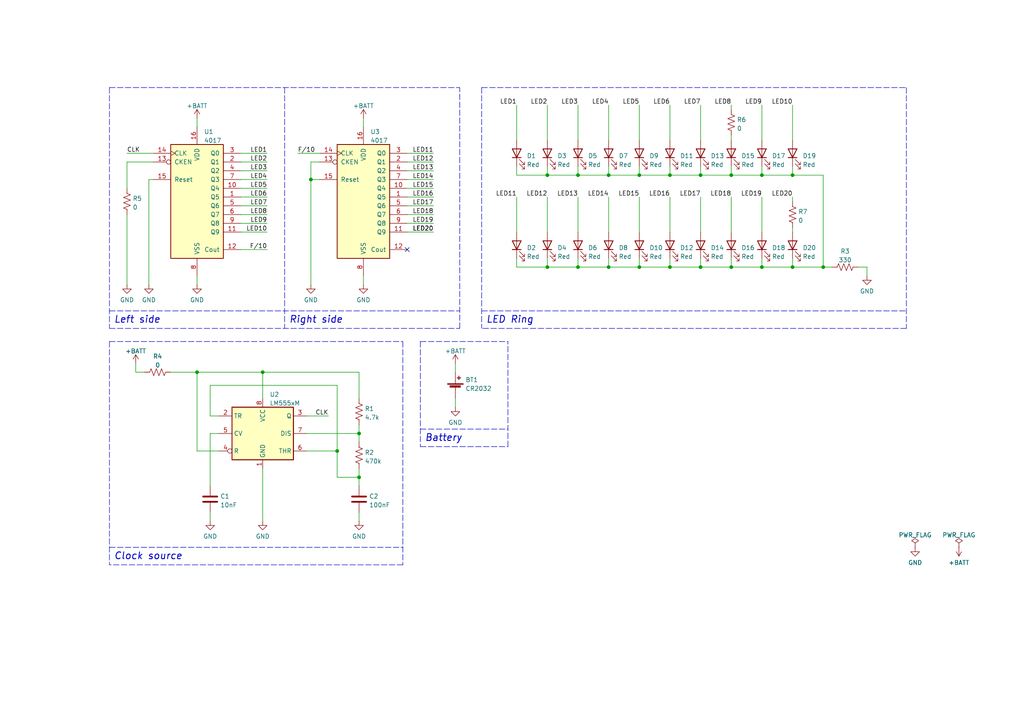
<source format=kicad_sch>
(kicad_sch (version 20211123) (generator eeschema)
  (paper "A4")
  (title_block (title "Heart Gift - 4071") (date "2022-09-24") (rev "1.0") (comment 1 "Designer: Guido Rodriguez"))
  (lib_symbols
    (symbol "4xxx:4017" (pin_names (offset 1.016))
      (property "Reference" "U" (at -7.62 16.51 0))
      (property "Value" "4017" (at -7.62 -19.05 0))
      (symbol "4017_1_0"
        (pin output line (at 12.7 0 180) (length 5.08) (name "Q5") (number "1"))
        (pin output line (at 12.7 2.54 180) (length 5.08) (name "Q4") (number "10"))
        (pin output line (at 12.7 -10.16 180) (length 5.08) (name "Q9") (number "11"))
        (pin output line (at 12.7 -15.24 180) (length 5.08) (name "Cout") (number "12"))
        (pin input inverted (at -12.7 10.16 0) (length 5.08) (name "CKEN") (number "13"))
        (pin input clock (at -12.7 12.7 0) (length 5.08) (name "CLK") (number "14"))
        (pin input line (at -12.7 5.08 0) (length 5.08) (name "Reset") (number "15"))
        (pin power_in line (at 0 20.32 270) (length 5.08) (name "VDD") (number "16"))
        (pin output line (at 12.7 10.16 180) (length 5.08) (name "Q1") (number "2"))
        (pin output line (at 12.7 12.7 180) (length 5.08) (name "Q0") (number "3"))
        (pin output line (at 12.7 7.62 180) (length 5.08) (name "Q2") (number "4"))
        (pin output line (at 12.7 -2.54 180) (length 5.08) (name "Q6") (number "5"))
        (pin output line (at 12.7 -5.08 180) (length 5.08) (name "Q7") (number "6"))
        (pin output line (at 12.7 5.08 180) (length 5.08) (name "Q3") (number "7"))
        (pin power_in line (at 0 -22.86 90) (length 5.08) (name "VSS") (number "8"))
        (pin output line (at 12.7 -7.62 180) (length 5.08) (name "Q8") (number "9"))
      )
      (symbol "4017_1_1"
        (rectangle (start -7.62 15.24) (end 7.62 -17.78) (stroke (width 0.254)) (fill (type background)))
      )
    )
    (symbol "Device:Battery_Cell" (pin_numbers hide) (pin_names (offset 0) hide)
      (property "Reference" "BT" (at 2.54 2.54 0))
      (property "Value" "Battery_Cell" (at 2.54 0 0))
      (symbol "Battery_Cell_0_1"
        (rectangle (start -2.286 1.778) (end 2.286 1.524) (fill (type outline)))
        (rectangle (start -1.5748 1.1938) (end 1.4732 0.6858) (fill (type outline)))
        (polyline (pts (xy 0 0.762) (xy 0 0)))
        (polyline (pts (xy 0 1.778) (xy 0 2.54)))
        (polyline (pts (xy 0.508 3.429) (xy 1.524 3.429)) (stroke (width 0.254)))
        (polyline (pts (xy 1.016 3.937) (xy 1.016 2.921)) (stroke (width 0.254)))
      )
      (symbol "Battery_Cell_1_1"
        (pin passive line (at 0 5.08 270) (length 2.54) (name "+") (number "1"))
        (pin passive line (at 0 -2.54 90) (length 2.54) (name "-") (number "2"))
      )
    )
    (symbol "Device:C" (pin_numbers hide) (pin_names (offset 0.254))
      (property "Reference" "C" (at 0.635 2.54 0))
      (property "Value" "C" (at 0.635 -2.54 0))
      (symbol "C_0_1"
        (polyline (pts (xy -2.032 -0.762) (xy 2.032 -0.762)) (stroke (width 0.508)))
        (polyline (pts (xy -2.032 0.762) (xy 2.032 0.762)) (stroke (width 0.508)))
      )
      (symbol "C_1_1"
        (pin passive line (at 0 3.81 270) (length 2.794) (name "~") (number "1"))
        (pin passive line (at 0 -3.81 90) (length 2.794) (name "~") (number "2"))
      )
    )
    (symbol "Device:LED" (pin_numbers hide) (pin_names (offset 1.016) hide)
      (property "Reference" "D" (at 0 2.54 0))
      (property "Value" "LED" (at 0 -2.54 0))
      (symbol "LED_0_1"
        (polyline (pts (xy -1.27 -1.27) (xy -1.27 1.27)) (stroke (width 0.254)))
        (polyline (pts (xy -1.27 0) (xy 1.27 0)))
        (polyline (pts (xy 1.27 -1.27) (xy 1.27 1.27) (xy -1.27 0) (xy 1.27 -1.27)) (stroke (width 0.254)))
        (polyline (pts (xy -3.048 -0.762) (xy -4.572 -2.286) (xy -3.81 -2.286) (xy -4.572 -2.286) (xy -4.572 -1.524)))
        (polyline (pts (xy -1.778 -0.762) (xy -3.302 -2.286) (xy -2.54 -2.286) (xy -3.302 -2.286) (xy -3.302 -1.524)))
      )
      (symbol "LED_1_1"
        (pin passive line (at -3.81 0 0) (length 2.54) (name "K") (number "1"))
        (pin passive line (at 3.81 0 180) (length 2.54) (name "A") (number "2"))
      )
    )
    (symbol "Device:R_US" (pin_numbers hide) (pin_names (offset 0))
      (property "Reference" "R" (at 2.54 0 90))
      (property "Value" "R_US" (at -2.54 0 90))
      (symbol "R_US_0_1"
        (polyline (pts (xy 0 -2.286) (xy 0 -2.54)))
        (polyline (pts (xy 0 2.286) (xy 0 2.54)))
        (polyline (pts (xy 0 -0.762) (xy 1.016 -1.143) (xy 0 -1.524) (xy -1.016 -1.905) (xy 0 -2.286)))
        (polyline (pts (xy 0 0.762) (xy 1.016 0.381) (xy 0 0) (xy -1.016 -0.381) (xy 0 -0.762)))
        (polyline (pts (xy 0 2.286) (xy 1.016 1.905) (xy 0 1.524) (xy -1.016 1.143) (xy 0 0.762)))
      )
      (symbol "R_US_1_1"
        (pin passive line (at 0 3.81 270) (length 1.27) (name "~") (number "1"))
        (pin passive line (at 0 -3.81 90) (length 1.27) (name "~") (number "2"))
      )
    )
    (symbol "Timer:LM555xM"
      (property "Reference" "U" (at -10.16 8.89 0))
      (property "Value" "LM555xM" (at 2.54 8.89 0))
      (symbol "LM555xM_0_0"
        (pin power_in line (at 0 -10.16 90) (length 2.54) (name "GND") (number "1"))
        (pin power_in line (at 0 10.16 270) (length 2.54) (name "VCC") (number "8"))
      )
      (symbol "LM555xM_0_1"
        (rectangle (start -8.89 -7.62) (end 8.89 7.62) (stroke (width 0.254)) (fill (type background)))
        (rectangle (start -8.89 -7.62) (end 8.89 7.62) (stroke (width 0.254)) (fill (type background)))
      )
      (symbol "LM555xM_1_1"
        (pin input line (at -12.7 5.08 0) (length 3.81) (name "TR") (number "2"))
        (pin output line (at 12.7 5.08 180) (length 3.81) (name "Q") (number "3"))
        (pin input inverted (at -12.7 -5.08 0) (length 3.81) (name "R") (number "4"))
        (pin input line (at -12.7 0 0) (length 3.81) (name "CV") (number "5"))
        (pin input line (at 12.7 -5.08 180) (length 3.81) (name "THR") (number "6"))
        (pin input line (at 12.7 0 180) (length 3.81) (name "DIS") (number "7"))
      )
    )
    (symbol "power:+BATT" (power) (pin_names (offset 0))
      (property "Value" "+BATT" (at 0 3.556 0))
      (symbol "+BATT_0_1"
        (polyline (pts (xy -0.762 1.27) (xy 0 2.54)))
        (polyline (pts (xy 0 0) (xy 0 2.54)))
        (polyline (pts (xy 0 2.54) (xy 0.762 1.27)))
      )
      (symbol "+BATT_1_1"
        (pin power_in line (at 0 0 90) (length 0) hide (name "+BATT") (number "1"))
      )
    )
    (symbol "power:GND" (power) (pin_names (offset 0))
      (property "Value" "GND" (at 0 -3.81 0))
      (symbol "GND_0_1"
        (polyline (pts (xy 0 0) (xy 0 -1.27) (xy 1.27 -1.27) (xy 0 -2.54) (xy -1.27 -1.27) (xy 0 -1.27)))
      )
      (symbol "GND_1_1"
        (pin power_in line (at 0 0 270) (length 0) hide (name "GND") (number "1"))
      )
    )
    (symbol "power:PWR_FLAG" (power) (pin_numbers hide) (pin_names (offset 0) hide)
      (property "Value" "PWR_FLAG" (at 0 3.81 0))
      (symbol "PWR_FLAG_0_0"
        (pin power_out line (at 0 0 90) (length 0) (name "pwr") (number "1"))
      )
      (symbol "PWR_FLAG_0_1"
        (polyline (pts (xy 0 0) (xy 0 1.27) (xy -1.016 1.905) (xy 0 2.54) (xy 1.016 1.905) (xy 0 1.27)))
      )
    )
  )
  (junction (at 57.15 107.95))
  (junction (at 212.09 77.47))
  (junction (at 158.75 77.47))
  (junction (at 220.98 77.47))
  (junction (at 185.42 50.8))
  (junction (at 203.2 77.47))
  (junction (at 104.14 125.73))
  (junction (at 238.76 77.47))
  (junction (at 185.42 77.47))
  (junction (at 194.31 77.47))
  (junction (at 176.53 50.8))
  (junction (at 104.14 138.43))
  (junction (at 194.31 50.8))
  (junction (at 229.87 77.47))
  (junction (at 229.87 50.8))
  (junction (at 158.75 50.8))
  (junction (at 97.79 130.81))
  (junction (at 167.64 77.47))
  (junction (at 76.2 107.95))
  (junction (at 90.17 52.07))
  (junction (at 220.98 50.8))
  (junction (at 203.2 50.8))
  (junction (at 212.09 50.8))
  (junction (at 176.53 77.47))
  (junction (at 167.64 50.8))
  (no_connect (at 118.11 72.39))
  (wire (pts (xy 212.09 74.93) (xy 212.09 77.47)))
  (wire (pts (xy 212.09 77.47) (xy 220.98 77.47)))
  (wire (pts (xy 118.11 44.45) (xy 125.73 44.45)))
  (wire (pts (xy 57.15 130.81) (xy 57.15 107.95)))
  (wire (pts (xy 149.86 74.93) (xy 149.86 77.47)))
  (wire (pts (xy 158.75 48.26) (xy 158.75 50.8)))
  (wire (pts (xy 167.64 74.93) (xy 167.64 77.47)))
  (wire (pts (xy 36.83 62.23) (xy 36.83 82.55)))
  (wire (pts (xy 36.83 46.99) (xy 36.83 54.61)))
  (wire (pts (xy 194.31 30.48) (xy 194.31 40.64)))
  (wire (pts (xy 158.75 50.8) (xy 167.64 50.8)))
  (wire (pts (xy 149.86 48.26) (xy 149.86 50.8)))
  (wire (pts (xy 90.17 46.99) (xy 90.17 52.07)))
  (wire (pts (xy 43.18 52.07) (xy 44.45 52.07)))
  (wire (pts (xy 203.2 77.47) (xy 212.09 77.47)))
  (wire (pts (xy 63.5 120.65) (xy 60.96 120.65)))
  (wire (pts (xy 220.98 50.8) (xy 229.87 50.8)))
  (wire (pts (xy 118.11 46.99) (xy 125.73 46.99)))
  (polyline (pts (xy 31.75 99.06) (xy 31.75 163.83)))
  (wire (pts (xy 36.83 46.99) (xy 44.45 46.99)))
  (wire (pts (xy 238.76 50.8) (xy 238.76 77.47)))
  (polyline (pts (xy 262.89 95.25) (xy 139.7 95.25)))
  (wire (pts (xy 251.46 77.47) (xy 251.46 80.01)))
  (wire (pts (xy 97.79 130.81) (xy 97.79 138.43)))
  (wire (pts (xy 238.76 77.47) (xy 241.3 77.47)))
  (wire (pts (xy 149.86 50.8) (xy 158.75 50.8)))
  (wire (pts (xy 104.14 115.57) (xy 104.14 107.95)))
  (wire (pts (xy 132.08 115.57) (xy 132.08 118.11)))
  (wire (pts (xy 167.64 77.47) (xy 176.53 77.47)))
  (wire (pts (xy 69.85 59.69) (xy 77.47 59.69)))
  (polyline (pts (xy 133.35 95.25) (xy 133.35 25.4)))
  (wire (pts (xy 212.09 30.48) (xy 212.09 31.75)))
  (wire (pts (xy 69.85 67.31) (xy 77.47 67.31)))
  (polyline (pts (xy 262.89 25.4) (xy 262.89 95.25)))
  (wire (pts (xy 104.14 148.59) (xy 104.14 151.13)))
  (wire (pts (xy 76.2 107.95) (xy 76.2 115.57)))
  (wire (pts (xy 69.85 52.07) (xy 77.47 52.07)))
  (wire (pts (xy 158.75 74.93) (xy 158.75 77.47)))
  (wire (pts (xy 229.87 57.15) (xy 229.87 58.42)))
  (wire (pts (xy 118.11 67.31) (xy 125.73 67.31)))
  (wire (pts (xy 185.42 50.8) (xy 194.31 50.8)))
  (polyline (pts (xy 82.55 25.4) (xy 82.55 95.25)))
  (wire (pts (xy 203.2 48.26) (xy 203.2 50.8)))
  (wire (pts (xy 57.15 80.01) (xy 57.15 82.55)))
  (polyline (pts (xy 121.92 124.46) (xy 147.32 124.46)))
  (wire (pts (xy 229.87 30.48) (xy 229.87 40.64)))
  (wire (pts (xy 49.53 107.95) (xy 57.15 107.95)))
  (wire (pts (xy 229.87 77.47) (xy 238.76 77.47)))
  (wire (pts (xy 248.92 77.47) (xy 251.46 77.47)))
  (wire (pts (xy 118.11 49.53) (xy 125.73 49.53)))
  (wire (pts (xy 167.64 30.48) (xy 167.64 40.64)))
  (wire (pts (xy 203.2 50.8) (xy 212.09 50.8)))
  (wire (pts (xy 104.14 123.19) (xy 104.14 125.73)))
  (wire (pts (xy 88.9 125.73) (xy 104.14 125.73)))
  (wire (pts (xy 118.11 54.61) (xy 125.73 54.61)))
  (wire (pts (xy 167.64 57.15) (xy 167.64 67.31)))
  (polyline (pts (xy 147.32 129.54) (xy 147.32 99.06)))
  (wire (pts (xy 97.79 111.76) (xy 97.79 130.81)))
  (wire (pts (xy 220.98 48.26) (xy 220.98 50.8)))
  (wire (pts (xy 118.11 64.77) (xy 125.73 64.77)))
  (wire (pts (xy 60.96 148.59) (xy 60.96 151.13)))
  (wire (pts (xy 104.14 138.43) (xy 104.14 140.97)))
  (wire (pts (xy 63.5 130.81) (xy 57.15 130.81)))
  (wire (pts (xy 238.76 50.8) (xy 229.87 50.8)))
  (wire (pts (xy 76.2 135.89) (xy 76.2 151.13)))
  (wire (pts (xy 158.75 77.47) (xy 167.64 77.47)))
  (polyline (pts (xy 139.7 90.17) (xy 262.89 90.17)))
  (wire (pts (xy 97.79 138.43) (xy 104.14 138.43)))
  (wire (pts (xy 194.31 74.93) (xy 194.31 77.47)))
  (wire (pts (xy 69.85 64.77) (xy 77.47 64.77)))
  (wire (pts (xy 212.09 50.8) (xy 220.98 50.8)))
  (wire (pts (xy 176.53 48.26) (xy 176.53 50.8)))
  (wire (pts (xy 60.96 111.76) (xy 97.79 111.76)))
  (wire (pts (xy 229.87 50.8) (xy 229.87 48.26)))
  (polyline (pts (xy 116.84 163.83) (xy 31.75 163.83)))
  (wire (pts (xy 167.64 50.8) (xy 176.53 50.8)))
  (wire (pts (xy 176.53 57.15) (xy 176.53 67.31)))
  (polyline (pts (xy 31.75 95.25) (xy 133.35 95.25)))
  (wire (pts (xy 176.53 74.93) (xy 176.53 77.47)))
  (wire (pts (xy 43.18 52.07) (xy 43.18 82.55)))
  (wire (pts (xy 229.87 66.04) (xy 229.87 67.31)))
  (wire (pts (xy 176.53 50.8) (xy 185.42 50.8)))
  (polyline (pts (xy 139.7 25.4) (xy 139.7 95.25)))
  (wire (pts (xy 194.31 48.26) (xy 194.31 50.8)))
  (polyline (pts (xy 31.75 25.4) (xy 31.75 95.25)))
  (polyline (pts (xy 139.7 25.4) (xy 262.89 25.4)))
  (wire (pts (xy 105.41 34.29) (xy 105.41 36.83)))
  (polyline (pts (xy 31.75 158.75) (xy 116.84 158.75)))
  (polyline (pts (xy 121.92 129.54) (xy 147.32 129.54)))
  (wire (pts (xy 69.85 57.15) (xy 77.47 57.15)))
  (wire (pts (xy 69.85 44.45) (xy 77.47 44.45)))
  (wire (pts (xy 57.15 34.29) (xy 57.15 36.83)))
  (wire (pts (xy 149.86 57.15) (xy 149.86 67.31)))
  (wire (pts (xy 69.85 54.61) (xy 77.47 54.61)))
  (wire (pts (xy 212.09 39.37) (xy 212.09 40.64)))
  (wire (pts (xy 167.64 48.26) (xy 167.64 50.8)))
  (wire (pts (xy 194.31 77.47) (xy 203.2 77.47)))
  (wire (pts (xy 104.14 125.73) (xy 104.14 128.27)))
  (wire (pts (xy 220.98 57.15) (xy 220.98 67.31)))
  (wire (pts (xy 185.42 30.48) (xy 185.42 40.64)))
  (wire (pts (xy 86.36 44.45) (xy 92.71 44.45)))
  (wire (pts (xy 176.53 77.47) (xy 185.42 77.47)))
  (wire (pts (xy 149.86 77.47) (xy 158.75 77.47)))
  (wire (pts (xy 36.83 44.45) (xy 44.45 44.45)))
  (wire (pts (xy 60.96 120.65) (xy 60.96 111.76)))
  (wire (pts (xy 69.85 49.53) (xy 77.47 49.53)))
  (wire (pts (xy 194.31 50.8) (xy 203.2 50.8)))
  (wire (pts (xy 90.17 52.07) (xy 90.17 82.55)))
  (wire (pts (xy 203.2 30.48) (xy 203.2 40.64)))
  (wire (pts (xy 104.14 135.89) (xy 104.14 138.43)))
  (wire (pts (xy 149.86 30.48) (xy 149.86 40.64)))
  (wire (pts (xy 92.71 46.99) (xy 90.17 46.99)))
  (wire (pts (xy 60.96 140.97) (xy 60.96 125.73)))
  (wire (pts (xy 158.75 57.15) (xy 158.75 67.31)))
  (wire (pts (xy 105.41 80.01) (xy 105.41 82.55)))
  (wire (pts (xy 69.85 46.99) (xy 77.47 46.99)))
  (wire (pts (xy 69.85 72.39) (xy 77.47 72.39)))
  (wire (pts (xy 76.2 107.95) (xy 104.14 107.95)))
  (wire (pts (xy 220.98 77.47) (xy 229.87 77.47)))
  (wire (pts (xy 220.98 30.48) (xy 220.98 40.64)))
  (wire (pts (xy 69.85 62.23) (xy 77.47 62.23)))
  (wire (pts (xy 118.11 57.15) (xy 125.73 57.15)))
  (polyline (pts (xy 31.75 99.06) (xy 116.84 99.06)))
  (wire (pts (xy 118.11 59.69) (xy 125.73 59.69)))
  (wire (pts (xy 185.42 77.47) (xy 194.31 77.47)))
  (wire (pts (xy 60.96 125.73) (xy 63.5 125.73)))
  (wire (pts (xy 88.9 120.65) (xy 95.25 120.65)))
  (wire (pts (xy 118.11 52.07) (xy 125.73 52.07)))
  (wire (pts (xy 185.42 48.26) (xy 185.42 50.8)))
  (polyline (pts (xy 116.84 99.06) (xy 116.84 163.83)))
  (wire (pts (xy 229.87 77.47) (xy 229.87 74.93)))
  (wire (pts (xy 185.42 74.93) (xy 185.42 77.47)))
  (polyline (pts (xy 121.92 99.06) (xy 147.32 99.06)))
  (wire (pts (xy 212.09 48.26) (xy 212.09 50.8)))
  (wire (pts (xy 194.31 57.15) (xy 194.31 67.31)))
  (wire (pts (xy 212.09 57.15) (xy 212.09 67.31)))
  (polyline (pts (xy 31.75 25.4) (xy 133.35 25.4)))
  (wire (pts (xy 90.17 52.07) (xy 92.71 52.07)))
  (wire (pts (xy 203.2 57.15) (xy 203.2 67.31)))
  (wire (pts (xy 176.53 30.48) (xy 176.53 40.64)))
  (wire (pts (xy 39.37 105.41) (xy 39.37 107.95)))
  (wire (pts (xy 88.9 130.81) (xy 97.79 130.81)))
  (wire (pts (xy 203.2 74.93) (xy 203.2 77.47)))
  (wire (pts (xy 39.37 107.95) (xy 41.91 107.95)))
  (wire (pts (xy 220.98 74.93) (xy 220.98 77.47)))
  (polyline (pts (xy 121.92 99.06) (xy 121.92 129.54)))
  (wire (pts (xy 118.11 62.23) (xy 125.73 62.23)))
  (wire (pts (xy 132.08 105.41) (xy 132.08 107.95)))
  (wire (pts (xy 158.75 30.48) (xy 158.75 40.64)))
  (wire (pts (xy 57.15 107.95) (xy 76.2 107.95)))
  (polyline (pts (xy 31.75 90.17) (xy 133.35 90.17)))
  (wire (pts (xy 185.42 57.15) (xy 185.42 67.31)))
  (text "Right side" (at 83.82 93.98 0) (effects (font (size 2 2) (thickness 0.254) bold italic) (justify left bottom)))
  (text "Battery" (at 123.19 128.27 0) (effects (font (size 2 2) (thickness 0.254) bold italic) (justify left bottom)))
  (text "Clock source" (at 33.02 162.56 0) (effects (font (size 2 2) (thickness 0.254) bold italic) (justify left bottom)))
  (text "Left side" (at 33.02 93.98 0) (effects (font (size 2 2) (thickness 0.254) bold italic) (justify left bottom)))
  (text "LED Ring" (at 140.97 93.98 0) (effects (font (size 2 2) (thickness 0.254) bold italic) (justify left bottom)))
  (label "F{slash}10" (at 86.36 44.45 0))
  (label "LED15" (at 185.42 57.15 180))
  (label "CLK" (at 95.25 120.65 180))
  (label "LED10" (at 229.87 30.48 180))
  (label "LED18" (at 125.73 62.23 180))
  (label "LED16" (at 125.73 57.15 180))
  (label "LED19" (at 125.73 64.77 180))
  (label "LED2" (at 77.47 46.99 180))
  (label "LED17" (at 203.2 57.15 180))
  (label "LED10" (at 77.47 67.31 180))
  (label "LED8" (at 77.47 62.23 180))
  (label "LED13" (at 167.64 57.15 180))
  (label "LED20" (at 229.87 57.15 180))
  (label "CLK" (at 36.83 44.45 0))
  (label "LED9" (at 77.47 64.77 180))
  (label "LED20" (at 125.73 67.31 180))
  (label "LED1" (at 77.47 44.45 180))
  (label "LED6" (at 194.31 30.48 180))
  (label "LED17" (at 125.73 59.69 180))
  (label "LED5" (at 77.47 54.61 180))
  (label "LED7" (at 203.2 30.48 180))
  (label "LED2" (at 158.75 30.48 180))
  (label "LED6" (at 77.47 57.15 180))
  (label "LED15" (at 125.73 54.61 180))
  (label "LED1" (at 149.86 30.48 180))
  (label "LED18" (at 212.09 57.15 180))
  (label "F{slash}10" (at 77.47 72.39 180))
  (label "LED14" (at 176.53 57.15 180))
  (label "LED3" (at 167.64 30.48 180))
  (label "LED12" (at 158.75 57.15 180))
  (label "LED12" (at 125.73 46.99 180))
  (label "LED13" (at 125.73 49.53 180))
  (label "LED20" (at 125.73 67.31 180))
  (label "LED5" (at 185.42 30.48 180))
  (label "LED4" (at 77.47 52.07 180))
  (label "LED3" (at 77.47 49.53 180))
  (label "LED16" (at 194.31 57.15 180))
  (label "LED9" (at 220.98 30.48 180))
  (label "LED11" (at 125.73 44.45 180))
  (label "LED11" (at 149.86 57.15 180))
  (label "LED19" (at 220.98 57.15 180))
  (label "LED14" (at 125.73 52.07 180))
  (label "LED8" (at 212.09 30.48 180))
  (label "LED7" (at 77.47 59.69 180))
  (label "LED4" (at 176.53 30.48 180))
  (symbol (lib_id "power:+BATT") (at 39.37 105.41 0) (unit 1)
    (property "Reference" "#PWR02" (effects hide))
    (property "Value" "+BATT" (at 39.37 101.8342 0))
  )
  (symbol (lib_id "power:PWR_FLAG") (at 265.43 158.75 0) (unit 1)
    (property "Reference" "#FLG0101" (effects hide))
    (property "Value" "PWR_FLAG" (at 265.43 155.1742 0))
  )
  (symbol (lib_id "power:+BATT") (at 57.15 34.29 0) (unit 1)
    (property "Reference" "#PWR04" (effects hide))
    (property "Value" "+BATT" (at 57.15 30.7142 0))
  )
  (symbol (lib_id "Device:LED") (at 149.86 71.12 90) (unit 1)
    (property "Reference" "D2" (at 152.781 71.8728 90) (effects (justify right)))
    (property "Value" "Red" (at 152.781 74.4097 90) (effects (justify right)))
    (property "Footprint" "LED_SMD:LED_0805_2012Metric" (effects hide))
  )
  (symbol (lib_id "Device:LED") (at 167.64 71.12 90) (unit 1)
    (property "Reference" "D6" (at 170.561 71.8728 90) (effects (justify right)))
    (property "Value" "Red" (at 170.561 74.4097 90) (effects (justify right)))
    (property "Footprint" "LED_SMD:LED_0805_2012Metric" (effects hide))
  )
  (symbol (lib_id "power:GND") (at 36.83 82.55 0) (unit 1)
    (property "Reference" "#PWR014" (effects hide))
    (property "Value" "GND" (at 36.83 86.9934 0))
  )
  (symbol (lib_id "Device:R_US") (at 245.11 77.47 270) (unit 1)
    (property "Reference" "R3" (at 245.11 72.8812 90))
    (property "Value" "330" (at 245.11 75.4181 90))
    (property "Footprint" "Resistor_SMD:R_0805_2012Metric" (effects hide))
  )
  (symbol (lib_id "Device:R_US") (at 104.14 119.38 180) (unit 1)
    (property "Reference" "R1" (at 105.791 118.5453 0) (effects (justify right)))
    (property "Value" "4.7k" (at 105.791 121.0822 0) (effects (justify right)))
    (property "Footprint" "Resistor_SMD:R_0805_2012Metric" (effects hide))
  )
  (symbol (lib_id "power:+BATT") (at 105.41 34.29 0) (unit 1)
    (property "Reference" "#PWR09" (effects hide))
    (property "Value" "+BATT" (at 105.41 30.7142 0))
  )
  (symbol (lib_id "4xxx:4017") (at 105.41 57.15 0) (unit 1)
    (property "Reference" "U3" (at 107.4294 38.2102 0) (effects (justify left)))
    (property "Value" "4017" (at 107.4294 40.7471 0) (effects (justify left)))
    (property "Footprint" "Package_SO:SO-16_3.9x9.9mm_P1.27mm" (effects hide))
    (property "Datasheet" "http://www.intersil.com/content/dam/Intersil/documents/cd40/cd4017bms-22bms.pdf" (effects hide))
  )
  (symbol (lib_id "Device:LED") (at 176.53 44.45 90) (unit 1)
    (property "Reference" "D7" (at 179.451 45.2028 90) (effects (justify right)))
    (property "Value" "Red" (at 179.451 47.7397 90) (effects (justify right)))
    (property "Footprint" "LED_SMD:LED_0805_2012Metric" (effects hide))
  )
  (symbol (lib_id "Device:LED") (at 167.64 44.45 90) (unit 1)
    (property "Reference" "D5" (at 170.561 45.2028 90) (effects (justify right)))
    (property "Value" "Red" (at 170.561 47.7397 90) (effects (justify right)))
    (property "Footprint" "LED_SMD:LED_0805_2012Metric" (effects hide))
  )
  (symbol (lib_id "Device:LED") (at 158.75 44.45 90) (unit 1)
    (property "Reference" "D3" (at 161.671 45.2028 90) (effects (justify right)))
    (property "Value" "Red" (at 161.671 47.7397 90) (effects (justify right)))
    (property "Footprint" "LED_SMD:LED_0805_2012Metric" (effects hide))
  )
  (symbol (lib_id "power:+BATT") (at 278.13 158.75 180) (unit 1)
    (property "Reference" "#PWR0102" (effects hide))
    (property "Value" "+BATT" (at 278.13 163.1934 0))
  )
  (symbol (lib_id "power:GND") (at 132.08 118.11 0) (unit 1)
    (property "Reference" "#PWR013" (effects hide))
    (property "Value" "GND" (at 132.08 122.5534 0))
  )
  (symbol (lib_id "Device:LED") (at 158.75 71.12 90) (unit 1)
    (property "Reference" "D4" (at 161.671 71.8728 90) (effects (justify right)))
    (property "Value" "Red" (at 161.671 74.4097 90) (effects (justify right)))
    (property "Footprint" "LED_SMD:LED_0805_2012Metric" (effects hide))
  )
  (symbol (lib_id "Device:Battery_Cell") (at 132.08 113.03 0) (unit 1)
    (property "Reference" "BT1" (at 135.001 110.1633 0) (effects (justify left)))
    (property "Value" "CR2032" (at 135.001 112.7002 0) (effects (justify left)))
    (property "Footprint" "Battery:BatteryHolder_Keystone_103_1x20mm" (effects hide))
  )
  (symbol (lib_id "Device:LED") (at 220.98 71.12 90) (unit 1)
    (property "Reference" "D18" (at 223.901 71.8728 90) (effects (justify right)))
    (property "Value" "Red" (at 223.901 74.4097 90) (effects (justify right)))
    (property "Footprint" "LED_SMD:LED_0805_2012Metric" (effects hide))
  )
  (symbol (lib_id "Timer:LM555xM") (at 76.2 125.73 0) (unit 1)
    (property "Reference" "U2" (at 78.2194 114.4102 0) (effects (justify left)))
    (property "Value" "LM555xM" (at 78.2194 116.9471 0) (effects (justify left)))
    (property "Footprint" "Package_SO:SOIC-8_3.9x4.9mm_P1.27mm" (effects hide))
    (property "Datasheet" "http://www.ti.com/lit/ds/symlink/lm555.pdf" (effects hide))
  )
  (symbol (lib_id "Device:R_US") (at 104.14 132.08 180) (unit 1)
    (property "Reference" "R2" (at 105.791 131.2453 0) (effects (justify right)))
    (property "Value" "470k" (at 105.791 133.7822 0) (effects (justify right)))
    (property "Footprint" "Resistor_SMD:R_0805_2012Metric" (effects hide))
  )
  (symbol (lib_id "Device:LED") (at 185.42 71.12 90) (unit 1)
    (property "Reference" "D10" (at 188.341 71.8728 90) (effects (justify right)))
    (property "Value" "Red" (at 188.341 74.4097 90) (effects (justify right)))
    (property "Footprint" "LED_SMD:LED_0805_2012Metric" (effects hide))
  )
  (symbol (lib_id "power:GND") (at 105.41 82.55 0) (unit 1)
    (property "Reference" "#PWR010" (effects hide))
    (property "Value" "GND" (at 105.41 86.9934 0))
  )
  (symbol (lib_id "power:GND") (at 76.2 151.13 0) (unit 1)
    (property "Reference" "#PWR06" (effects hide))
    (property "Value" "GND" (at 76.2 155.5734 0))
  )
  (symbol (lib_id "Device:LED") (at 229.87 44.45 90) (unit 1)
    (property "Reference" "D19" (at 232.791 45.2028 90) (effects (justify right)))
    (property "Value" "Red" (at 232.791 47.7397 90) (effects (justify right)))
    (property "Footprint" "LED_SMD:LED_0805_2012Metric" (effects hide))
  )
  (symbol (lib_id "power:GND") (at 265.43 158.75 0) (unit 1)
    (property "Reference" "#PWR0101" (effects hide))
    (property "Value" "GND" (at 265.43 163.1934 0))
  )
  (symbol (lib_id "Device:R_US") (at 45.72 107.95 270) (unit 1)
    (property "Reference" "R4" (at 45.72 103.3612 90))
    (property "Value" "0" (at 45.72 105.8981 90))
    (property "Footprint" "Resistor_SMD:R_1206_3216Metric" (effects hide))
  )
  (symbol (lib_id "power:PWR_FLAG") (at 278.13 158.75 0) (unit 1)
    (property "Reference" "#FLG0102" (effects hide))
    (property "Value" "PWR_FLAG" (at 278.13 155.1742 0))
  )
  (symbol (lib_id "power:GND") (at 57.15 82.55 0) (unit 1)
    (property "Reference" "#PWR05" (effects hide))
    (property "Value" "GND" (at 57.15 86.9934 0))
  )
  (symbol (lib_id "Device:R_US") (at 212.09 35.56 180) (unit 1)
    (property "Reference" "R6" (at 213.741 34.7253 0) (effects (justify right)))
    (property "Value" "0" (at 213.741 37.2622 0) (effects (justify right)))
    (property "Footprint" "Resistor_SMD:R_1206_3216Metric" (effects hide))
  )
  (symbol (lib_id "4xxx:4017") (at 57.15 57.15 0) (unit 1)
    (property "Reference" "U1" (at 59.1694 38.2102 0) (effects (justify left)))
    (property "Value" "4017" (at 59.1694 40.7471 0) (effects (justify left)))
    (property "Footprint" "Package_SO:SO-16_3.9x9.9mm_P1.27mm" (effects hide))
    (property "Datasheet" "http://www.intersil.com/content/dam/Intersil/documents/cd40/cd4017bms-22bms.pdf" (effects hide))
  )
  (symbol (lib_id "Device:C") (at 104.14 144.78 0) (unit 1)
    (property "Reference" "C2" (at 107.061 143.9453 0) (effects (justify left)))
    (property "Value" "100nF" (at 107.061 146.4822 0) (effects (justify left)))
    (property "Footprint" "Capacitor_SMD:C_0805_2012Metric" (effects hide))
  )
  (symbol (lib_id "Device:LED") (at 212.09 44.45 90) (unit 1)
    (property "Reference" "D15" (at 215.011 45.2028 90) (effects (justify right)))
    (property "Value" "Red" (at 215.011 47.7397 90) (effects (justify right)))
    (property "Footprint" "LED_SMD:LED_0805_2012Metric" (effects hide))
  )
  (symbol (lib_id "power:GND") (at 104.14 151.13 0) (unit 1)
    (property "Reference" "#PWR07" (effects hide))
    (property "Value" "GND" (at 104.14 155.5734 0))
  )
  (symbol (lib_id "Device:LED") (at 149.86 44.45 90) (unit 1)
    (property "Reference" "D1" (at 152.781 45.2028 90) (effects (justify right)))
    (property "Value" "Red" (at 152.781 47.7397 90) (effects (justify right)))
    (property "Footprint" "LED_SMD:LED_0805_2012Metric" (effects hide))
  )
  (symbol (lib_id "Device:LED") (at 194.31 71.12 90) (unit 1)
    (property "Reference" "D12" (at 197.231 71.8728 90) (effects (justify right)))
    (property "Value" "Red" (at 197.231 74.4097 90) (effects (justify right)))
    (property "Footprint" "LED_SMD:LED_0805_2012Metric" (effects hide))
  )
  (symbol (lib_id "power:GND") (at 251.46 80.01 0) (unit 1)
    (property "Reference" "#PWR011" (effects hide))
    (property "Value" "GND" (at 251.46 84.4534 0))
  )
  (symbol (lib_id "Device:R_US") (at 36.83 58.42 180) (unit 1)
    (property "Reference" "R5" (at 38.481 57.5853 0) (effects (justify right)))
    (property "Value" "0" (at 38.481 60.1222 0) (effects (justify right)))
    (property "Footprint" "Resistor_SMD:R_1206_3216Metric" (effects hide))
  )
  (symbol (lib_id "power:GND") (at 60.96 151.13 0) (unit 1)
    (property "Reference" "#PWR03" (effects hide))
    (property "Value" "GND" (at 60.96 155.5734 0))
  )
  (symbol (lib_id "power:GND") (at 43.18 82.55 0) (unit 1)
    (property "Reference" "#PWR01" (effects hide))
    (property "Value" "GND" (at 43.18 86.9934 0))
  )
  (symbol (lib_id "power:GND") (at 90.17 82.55 0) (unit 1)
    (property "Reference" "#PWR08" (effects hide))
    (property "Value" "GND" (at 90.17 86.9934 0))
  )
  (symbol (lib_id "Device:LED") (at 229.87 71.12 90) (unit 1)
    (property "Reference" "D20" (at 232.791 71.8728 90) (effects (justify right)))
    (property "Value" "Red" (at 232.791 74.4097 90) (effects (justify right)))
    (property "Footprint" "LED_SMD:LED_0805_2012Metric" (effects hide))
  )
  (symbol (lib_id "Device:C") (at 60.96 144.78 0) (unit 1)
    (property "Reference" "C1" (at 63.881 143.9453 0) (effects (justify left)))
    (property "Value" "10nF" (at 63.881 146.4822 0) (effects (justify left)))
    (property "Footprint" "Capacitor_SMD:C_0805_2012Metric" (effects hide))
  )
  (symbol (lib_id "Device:LED") (at 194.31 44.45 90) (unit 1)
    (property "Reference" "D11" (at 197.231 45.2028 90) (effects (justify right)))
    (property "Value" "Red" (at 197.231 47.7397 90) (effects (justify right)))
    (property "Footprint" "LED_SMD:LED_0805_2012Metric" (effects hide))
  )
  (symbol (lib_id "Device:LED") (at 212.09 71.12 90) (unit 1)
    (property "Reference" "D16" (at 215.011 71.8728 90) (effects (justify right)))
    (property "Value" "Red" (at 215.011 74.4097 90) (effects (justify right)))
    (property "Footprint" "LED_SMD:LED_0805_2012Metric" (effects hide))
  )
  (symbol (lib_id "Device:LED") (at 203.2 71.12 90) (unit 1)
    (property "Reference" "D14" (at 206.121 71.8728 90) (effects (justify right)))
    (property "Value" "Red" (at 206.121 74.4097 90) (effects (justify right)))
    (property "Footprint" "LED_SMD:LED_0805_2012Metric" (effects hide))
  )
  (symbol (lib_id "power:+BATT") (at 132.08 105.41 0) (unit 1)
    (property "Reference" "#PWR012" (effects hide))
    (property "Value" "+BATT" (at 132.08 101.8342 0))
  )
  (symbol (lib_id "Device:LED") (at 220.98 44.45 90) (unit 1)
    (property "Reference" "D17" (at 223.901 45.2028 90) (effects (justify right)))
    (property "Value" "Red" (at 223.901 47.7397 90) (effects (justify right)))
    (property "Footprint" "LED_SMD:LED_0805_2012Metric" (effects hide))
  )
  (symbol (lib_id "Device:LED") (at 176.53 71.12 90) (unit 1)
    (property "Reference" "D8" (at 179.451 71.8728 90) (effects (justify right)))
    (property "Value" "Red" (at 179.451 74.4097 90) (effects (justify right)))
    (property "Footprint" "LED_SMD:LED_0805_2012Metric" (effects hide))
  )
  (symbol (lib_id "Device:LED") (at 185.42 44.45 90) (unit 1)
    (property "Reference" "D9" (at 188.341 45.2028 90) (effects (justify right)))
    (property "Value" "Red" (at 188.341 47.7397 90) (effects (justify right)))
    (property "Footprint" "LED_SMD:LED_0805_2012Metric" (effects hide))
  )
  (symbol (lib_id "Device:LED") (at 203.2 44.45 90) (unit 1)
    (property "Reference" "D13" (at 206.121 45.2028 90) (effects (justify right)))
    (property "Value" "Red" (at 206.121 47.7397 90) (effects (justify right)))
    (property "Footprint" "LED_SMD:LED_0805_2012Metric" (effects hide))
  )
  (symbol (lib_id "Device:R_US") (at 229.87 62.23 180) (unit 1)
    (property "Reference" "R7" (at 231.521 61.3953 0) (effects (justify right)))
    (property "Value" "0" (at 231.521 63.9322 0) (effects (justify right)))
    (property "Footprint" "Resistor_SMD:R_1206_3216Metric" (effects hide))
  )
)
</source>
